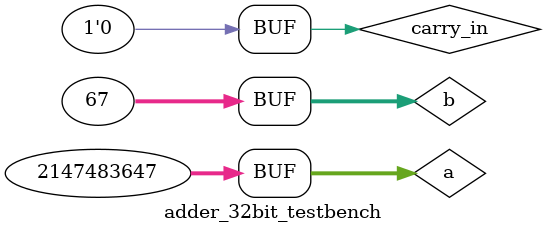
<source format=v>
`define DELAY 20
module adder_32bit_testbench();
	reg signed [31:0] a;
	reg signed [31:0] b;
	wire signed [31:0] result;
	reg carry_in;
	wire carry_out;
	adder_32bit adder(result, carry_out, a, b, carry_in);
	initial begin
	a = 32'b00000001000000000000000000000111; b =32'b00000000000000000000000000111111; carry_in = 1'b0;
	#`DELAY;
	a = 32'b00000000000000000000000010011011; b =32'b00000000000000000000000000111111; carry_in = 1'b0;
	#`DELAY;
	a = 32'b11111111111111111111111111111110; b =32'b11111111111111111111111111101110; carry_in = 1'b0;
	#`DELAY;
	a = 32'b11111111111111111111001000010011; b =32'b00000000000000000100000000100000; carry_in = 1'b0;
	#`DELAY;
	a = 32'b11111111111111111111011000010011; b =32'b00000000000000000000000000000000; carry_in = 1'b1;
	#`DELAY;
	a = 32'b01111111111111111111111111111111; b =32'b00000000000000000000000001000011; carry_in = 1'b0;
	#`DELAY;
	end
	initial begin
	$monitor("time=%2d, a=%2d, b=%2d, carry_in=%1b, carry_out=%1b, result=%2d",$time,a,b,carry_in,carry_out,result);
	end
endmodule
</source>
